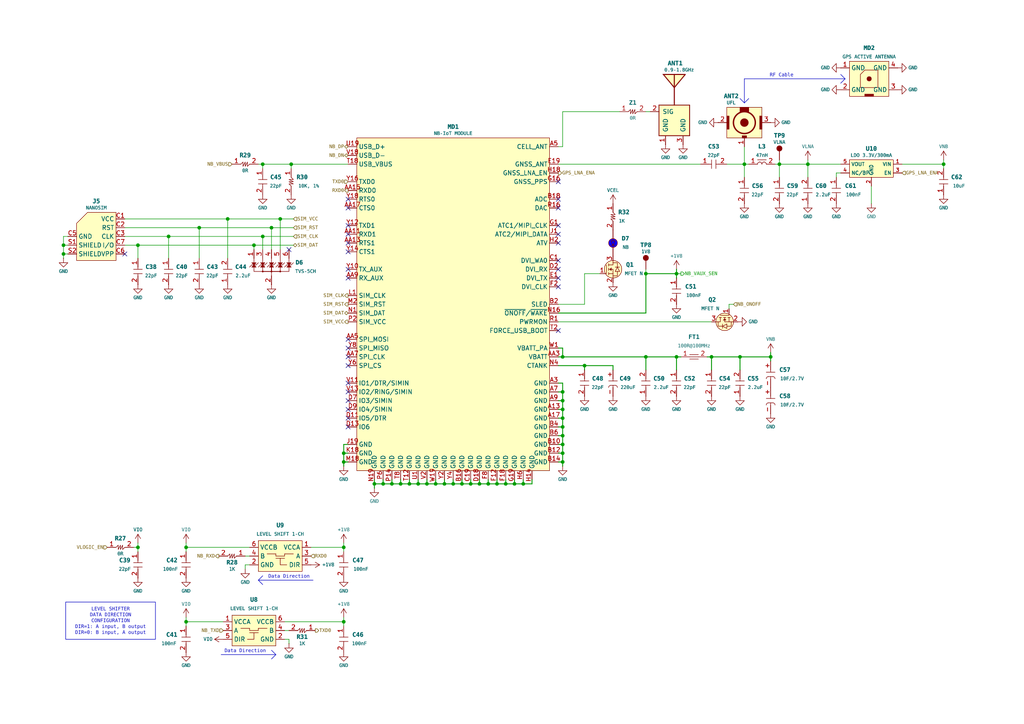
<source format=kicad_sch>
(kicad_sch (version 20231120) (generator "eeschema") (generator_version "8.0")
  (paper "A4")
  (junction (at 163.195 116.205))
  (junction (at 123.825 140.335))
  (junction (at 169.545 106.045))
  (junction (at 113.665 140.335))
  (junction (at 53.975 158.75))
  (junction (at 53.975 180.34))
  (junction (at 111.125 140.335))
  (junction (at 78.74 66.04))
  (junction (at 163.195 126.365))
  (junction (at 163.195 121.285))
  (junction (at 163.195 103.505))
  (junction (at 214.63 103.505))
  (junction (at 223.52 103.505))
  (junction (at 48.895 68.58))
  (junction (at 163.195 133.985))
  (junction (at 163.195 128.905))
  (junction (at 215.9 47.625))
  (junction (at 126.365 140.335))
  (junction (at 108.585 140.335))
  (junction (at 163.195 118.745))
  (junction (at 187.325 79.375))
  (junction (at 144.145 140.335))
  (junction (at 146.685 140.335))
  (junction (at 206.375 103.505))
  (junction (at 18.415 71.12))
  (junction (at 149.225 140.335))
  (junction (at 226.06 47.625))
  (junction (at 99.695 131.445))
  (junction (at 99.695 180.34))
  (junction (at 66.04 63.5))
  (junction (at 18.415 73.66))
  (junction (at 121.285 140.335))
  (junction (at 99.695 133.985))
  (junction (at 163.195 131.445))
  (junction (at 133.985 140.335))
  (junction (at 99.695 158.75))
  (junction (at 163.195 113.665))
  (junction (at 40.005 71.12))
  (junction (at 196.215 103.505))
  (junction (at 76.2 47.625))
  (junction (at 273.685 47.625))
  (junction (at 163.195 123.825))
  (junction (at 40.005 158.75))
  (junction (at 151.765 140.335))
  (junction (at 131.445 140.335))
  (junction (at 76.2 68.58))
  (junction (at 187.325 103.505))
  (junction (at 81.28 63.5))
  (junction (at 84.455 47.625))
  (junction (at 118.745 140.335))
  (junction (at 141.605 140.335))
  (junction (at 196.215 79.375))
  (junction (at 234.315 47.625))
  (junction (at 136.525 140.335))
  (junction (at 116.205 140.335))
  (junction (at 73.66 71.12))
  (junction (at 128.905 140.335))
  (junction (at 139.065 140.335))
  (junction (at 57.785 66.04))
  (no_connect (at 36.195 73.66))
  (no_connect (at 100.965 57.785))
  (no_connect (at 100.965 65.405))
  (no_connect (at 161.925 70.485))
  (no_connect (at 100.965 67.945))
  (no_connect (at 161.925 95.885))
  (no_connect (at 161.925 78.105))
  (no_connect (at 161.925 60.325))
  (no_connect (at 100.965 103.505))
  (no_connect (at 100.965 98.425))
  (no_connect (at 161.925 52.705))
  (no_connect (at 100.965 118.745))
  (no_connect (at 100.965 73.025))
  (no_connect (at 100.965 111.125))
  (no_connect (at 100.965 123.825))
  (no_connect (at 161.925 75.565))
  (no_connect (at 161.925 83.185))
  (no_connect (at 100.965 70.485))
  (no_connect (at 161.925 80.645))
  (no_connect (at 161.925 65.405))
  (no_connect (at 100.965 60.325))
  (no_connect (at 100.965 113.665))
  (no_connect (at 100.965 78.105))
  (no_connect (at 100.965 80.645))
  (no_connect (at 161.925 67.945))
  (no_connect (at 100.965 121.285))
  (no_connect (at 161.925 57.785))
  (no_connect (at 100.965 100.965))
  (no_connect (at 100.965 116.205))
  (no_connect (at 100.965 106.045))
  (no_connect (at 83.82 72.39))
  (wire (pts (xy 163.195 133.985) (xy 163.195 131.445)) (stroke (width 0.254)))
  (wire (pts (xy 81.28 63.5) (xy 66.04 63.5)))
  (wire (pts (xy 163.195 126.365) (xy 163.195 123.825)) (stroke (width 0.254)))
  (wire (pts (xy 108.585 139.065) (xy 108.585 140.335)) (stroke (width 0.254)))
  (wire (pts (xy 161.925 113.665) (xy 163.195 113.665)) (stroke (width 0.254)))
  (polyline (pts (xy 215.9 22.86) (xy 215.9 29.845)))
  (wire (pts (xy 121.285 140.335) (xy 123.825 140.335)) (stroke (width 0.254)))
  (wire (pts (xy 161.925 88.265) (xy 169.545 88.265)))
  (wire (pts (xy 211.455 88.265) (xy 212.725 88.265)))
  (wire (pts (xy 161.925 118.745) (xy 163.195 118.745)) (stroke (width 0.254)))
  (wire (pts (xy 163.195 111.125) (xy 161.925 111.125)) (stroke (width 0.254)))
  (wire (pts (xy 90.17 158.75) (xy 99.695 158.75)))
  (polyline (pts (xy 243.84 24.13) (xy 245.11 22.86)))
  (wire (pts (xy 113.665 139.065) (xy 113.665 140.335)) (stroke (width 0.254)))
  (wire (pts (xy 139.065 140.335) (xy 141.605 140.335)) (stroke (width 0.254)))
  (wire (pts (xy 187.325 90.805) (xy 161.925 90.805)) (stroke (width 0.254)))
  (wire (pts (xy 196.215 103.505) (xy 197.485 103.505)) (stroke (width 0.254)))
  (polyline (pts (xy 243.84 21.59) (xy 245.11 22.86)))
  (wire (pts (xy 73.66 71.12) (xy 85.09 71.12)))
  (wire (pts (xy 187.325 32.385) (xy 188.595 32.385)))
  (wire (pts (xy 169.545 106.045) (xy 161.925 106.045)) (stroke (width 0.254)))
  (wire (pts (xy 144.145 140.335) (xy 146.685 140.335)) (stroke (width 0.254)))
  (wire (pts (xy 161.925 116.205) (xy 163.195 116.205)) (stroke (width 0.254)))
  (wire (pts (xy 223.52 102.235) (xy 223.52 103.505)) (stroke (width 0.254)))
  (wire (pts (xy 206.375 93.345) (xy 161.925 93.345)))
  (wire (pts (xy 81.28 63.5) (xy 85.09 63.5)))
  (wire (pts (xy 66.04 63.5) (xy 66.04 74.93)))
  (wire (pts (xy 215.9 42.545) (xy 215.9 47.625)))
  (polyline (pts (xy 217.17 28.575) (xy 215.9 29.845)))
  (wire (pts (xy 53.975 180.34) (xy 64.77 180.34)))
  (wire (pts (xy 149.225 140.335) (xy 151.765 140.335)) (stroke (width 0.254)))
  (wire (pts (xy 53.975 157.48) (xy 53.975 158.75)))
  (wire (pts (xy 215.9 51.435) (xy 215.9 47.625)))
  (wire (pts (xy 210.82 47.625) (xy 215.9 47.625)))
  (wire (pts (xy 121.285 139.065) (xy 121.285 140.335)) (stroke (width 0.254)))
  (wire (pts (xy 53.975 158.75) (xy 72.39 158.75)))
  (wire (pts (xy 196.215 103.505) (xy 196.215 107.315)) (stroke (width 0.254)))
  (wire (pts (xy 163.195 118.745) (xy 163.195 116.205)) (stroke (width 0.254)))
  (wire (pts (xy 196.215 79.375) (xy 187.325 79.375)) (stroke (width 0.254)))
  (wire (pts (xy 76.2 68.58) (xy 48.895 68.58)))
  (wire (pts (xy 242.57 50.165) (xy 243.84 50.165)))
  (wire (pts (xy 108.585 140.335) (xy 108.585 141.605)) (stroke (width 0.254)))
  (wire (pts (xy 36.195 66.04) (xy 57.785 66.04)))
  (wire (pts (xy 71.12 165.1) (xy 71.12 163.83)))
  (wire (pts (xy 83.82 182.88) (xy 82.55 182.88)))
  (wire (pts (xy 128.905 140.335) (xy 131.445 140.335)) (stroke (width 0.254)))
  (wire (pts (xy 169.545 88.265) (xy 169.545 79.375)))
  (polyline (pts (xy 80.01 189.865) (xy 64.135 189.865)))
  (wire (pts (xy 214.63 103.505) (xy 214.63 107.315)) (stroke (width 0.254)))
  (wire (pts (xy 163.195 121.285) (xy 163.195 118.745)) (stroke (width 0.254)))
  (wire (pts (xy 40.005 71.12) (xy 40.005 74.93)))
  (wire (pts (xy 252.73 53.975) (xy 252.73 59.055)))
  (wire (pts (xy 161.925 42.545) (xy 163.195 42.545)))
  (wire (pts (xy 99.695 158.75) (xy 99.695 160.02)))
  (wire (pts (xy 76.2 47.625) (xy 76.2 48.895)))
  (wire (pts (xy 146.685 139.065) (xy 146.685 140.335)) (stroke (width 0.254)))
  (wire (pts (xy 99.695 157.48) (xy 99.695 158.75)))
  (wire (pts (xy 83.82 185.42) (xy 82.55 185.42)))
  (polyline (pts (xy 80.01 189.865) (xy 78.74 191.135)))
  (wire (pts (xy 40.005 157.48) (xy 40.005 158.75)))
  (wire (pts (xy 161.925 126.365) (xy 163.195 126.365)) (stroke (width 0.254)))
  (wire (pts (xy 136.525 139.065) (xy 136.525 140.335)) (stroke (width 0.254)))
  (wire (pts (xy 18.415 74.93) (xy 18.415 73.66)))
  (wire (pts (xy 111.125 139.065) (xy 111.125 140.335)) (stroke (width 0.254)))
  (wire (pts (xy 123.825 140.335) (xy 126.365 140.335)) (stroke (width 0.254)))
  (wire (pts (xy 57.785 66.04) (xy 57.785 74.93)))
  (wire (pts (xy 71.12 163.83) (xy 72.39 163.83)))
  (wire (pts (xy 215.9 47.625) (xy 217.17 47.625)))
  (wire (pts (xy 146.685 140.335) (xy 149.225 140.335)) (stroke (width 0.254)))
  (wire (pts (xy 81.28 72.39) (xy 81.28 63.5)))
  (wire (pts (xy 76.2 68.58) (xy 85.09 68.58)))
  (wire (pts (xy 197.485 79.375) (xy 196.215 79.375)))
  (wire (pts (xy 163.195 135.255) (xy 163.195 133.985)) (stroke (width 0.254)))
  (wire (pts (xy 76.2 72.39) (xy 76.2 68.58)))
  (wire (pts (xy 53.975 179.07) (xy 53.975 180.34)))
  (wire (pts (xy 211.455 89.535) (xy 211.455 88.265)))
  (polyline (pts (xy 214.63 28.575) (xy 215.9 29.845)))
  (wire (pts (xy 131.445 140.335) (xy 133.985 140.335)) (stroke (width 0.254)))
  (wire (pts (xy 18.415 73.66) (xy 18.415 71.12)))
  (wire (pts (xy 163.195 32.385) (xy 163.195 42.545)))
  (wire (pts (xy 161.925 100.965) (xy 163.195 100.965)) (stroke (width 0.254)))
  (wire (pts (xy 163.195 123.825) (xy 163.195 121.285)) (stroke (width 0.254)))
  (wire (pts (xy 116.205 140.335) (xy 118.745 140.335)) (stroke (width 0.254)))
  (wire (pts (xy 169.545 106.045) (xy 169.545 107.315)) (stroke (width 0.254)))
  (wire (pts (xy 53.975 158.75) (xy 53.975 160.02)))
  (polyline (pts (xy 74.93 168.275) (xy 76.2 169.545)))
  (wire (pts (xy 116.205 139.065) (xy 116.205 140.335)) (stroke (width 0.254)))
  (polyline (pts (xy 80.01 189.865) (xy 78.74 188.595)))
  (wire (pts (xy 141.605 140.335) (xy 144.145 140.335)) (stroke (width 0.254)))
  (wire (pts (xy 82.55 180.34) (xy 99.695 180.34)))
  (wire (pts (xy 118.745 139.065) (xy 118.745 140.335)) (stroke (width 0.254)))
  (wire (pts (xy 99.695 133.985) (xy 100.965 133.985)) (stroke (width 0.254)))
  (wire (pts (xy 151.765 139.065) (xy 151.765 140.335)) (stroke (width 0.254)))
  (wire (pts (xy 273.685 47.625) (xy 273.685 48.895)))
  (wire (pts (xy 108.585 140.335) (xy 111.125 140.335)) (stroke (width 0.254)))
  (wire (pts (xy 99.695 180.34) (xy 99.695 181.61)))
  (wire (pts (xy 273.685 46.355) (xy 273.685 47.625)))
  (polyline (pts (xy 74.93 168.275) (xy 90.805 168.275)))
  (wire (pts (xy 18.415 71.12) (xy 18.415 68.58)))
  (wire (pts (xy 154.305 140.335) (xy 154.305 139.065)) (stroke (width 0.254)))
  (wire (pts (xy 133.985 139.065) (xy 133.985 140.335)) (stroke (width 0.254)))
  (wire (pts (xy 161.925 103.505) (xy 163.195 103.505)) (stroke (width 0.254)))
  (wire (pts (xy 84.455 47.625) (xy 84.455 48.895)))
  (wire (pts (xy 161.925 47.625) (xy 203.2 47.625)))
  (wire (pts (xy 36.195 71.12) (xy 40.005 71.12)))
  (wire (pts (xy 123.825 139.065) (xy 123.825 140.335)) (stroke (width 0.254)))
  (wire (pts (xy 144.145 139.065) (xy 144.145 140.335)) (stroke (width 0.254)))
  (wire (pts (xy 243.84 47.625) (xy 234.315 47.625)))
  (wire (pts (xy 18.415 71.12) (xy 19.685 71.12)))
  (wire (pts (xy 177.8 107.315) (xy 177.8 106.045)) (stroke (width 0.254)))
  (wire (pts (xy 161.925 123.825) (xy 163.195 123.825)) (stroke (width 0.254)))
  (wire (pts (xy 133.985 140.335) (xy 136.525 140.335)) (stroke (width 0.254)))
  (wire (pts (xy 234.315 46.355) (xy 234.315 47.625)))
  (wire (pts (xy 99.695 131.445) (xy 100.965 131.445)) (stroke (width 0.254)))
  (wire (pts (xy 163.195 131.445) (xy 163.195 128.905)) (stroke (width 0.254)))
  (wire (pts (xy 205.105 103.505) (xy 206.375 103.505)) (stroke (width 0.254)))
  (wire (pts (xy 126.365 140.335) (xy 128.905 140.335)) (stroke (width 0.254)))
  (wire (pts (xy 163.195 113.665) (xy 163.195 111.125)) (stroke (width 0.254)))
  (wire (pts (xy 99.695 128.905) (xy 100.965 128.905)) (stroke (width 0.254)))
  (wire (pts (xy 226.06 47.625) (xy 234.315 47.625)))
  (wire (pts (xy 76.2 47.625) (xy 84.455 47.625)))
  (wire (pts (xy 187.325 103.505) (xy 196.215 103.505)) (stroke (width 0.254)))
  (wire (pts (xy 136.525 140.335) (xy 139.065 140.335)) (stroke (width 0.254)))
  (wire (pts (xy 78.74 66.04) (xy 85.09 66.04)))
  (wire (pts (xy 99.695 135.255) (xy 99.695 133.985)) (stroke (width 0.254)))
  (wire (pts (xy 163.195 116.205) (xy 163.195 113.665)) (stroke (width 0.254)))
  (wire (pts (xy 196.215 78.105) (xy 196.215 79.375)) (stroke (width 0.254)))
  (wire (pts (xy 99.695 133.985) (xy 99.695 131.445)) (stroke (width 0.254)))
  (wire (pts (xy 242.57 51.435) (xy 242.57 50.165)))
  (wire (pts (xy 223.52 103.505) (xy 214.63 103.505)) (stroke (width 0.254)))
  (wire (pts (xy 131.445 139.065) (xy 131.445 140.335)) (stroke (width 0.254)))
  (wire (pts (xy 224.79 47.625) (xy 226.06 47.625)))
  (wire (pts (xy 187.325 78.105) (xy 187.325 79.375)))
  (wire (pts (xy 161.925 131.445) (xy 163.195 131.445)) (stroke (width 0.254)))
  (wire (pts (xy 187.325 79.375) (xy 187.325 90.805)) (stroke (width 0.254)))
  (wire (pts (xy 36.195 68.58) (xy 48.895 68.58)))
  (wire (pts (xy 73.66 71.12) (xy 40.005 71.12)))
  (wire (pts (xy 40.005 160.02) (xy 40.005 158.75)))
  (wire (pts (xy 36.195 63.5) (xy 66.04 63.5)))
  (wire (pts (xy 206.375 103.505) (xy 214.63 103.505)) (stroke (width 0.254)))
  (wire (pts (xy 206.375 103.505) (xy 206.375 107.315)) (stroke (width 0.254)))
  (wire (pts (xy 126.365 139.065) (xy 126.365 140.335)) (stroke (width 0.254)))
  (polyline (pts (xy 245.11 22.86) (xy 215.9 22.86)))
  (wire (pts (xy 84.455 47.625) (xy 100.965 47.625)))
  (wire (pts (xy 40.005 158.75) (xy 38.735 158.75)))
  (wire (pts (xy 71.12 161.29) (xy 72.39 161.29)))
  (wire (pts (xy 151.765 140.335) (xy 154.305 140.335)) (stroke (width 0.254)))
  (wire (pts (xy 161.925 133.985) (xy 163.195 133.985)) (stroke (width 0.254)))
  (wire (pts (xy 78.74 66.04) (xy 57.785 66.04)))
  (polyline (pts (xy 74.93 168.275) (xy 76.2 167.005)))
  (wire (pts (xy 196.215 79.375) (xy 196.215 80.645)) (stroke (width 0.254)))
  (wire (pts (xy 163.195 32.385) (xy 179.705 32.385)))
  (wire (pts (xy 128.905 139.065) (xy 128.905 140.335)) (stroke (width 0.254)))
  (wire (pts (xy 18.415 73.66) (xy 19.685 73.66)))
  (wire (pts (xy 113.665 140.335) (xy 116.205 140.335)) (stroke (width 0.254)))
  (wire (pts (xy 141.605 139.065) (xy 141.605 140.335)) (stroke (width 0.254)))
  (wire (pts (xy 161.925 121.285) (xy 163.195 121.285)) (stroke (width 0.254)))
  (wire (pts (xy 78.74 72.39) (xy 78.74 66.04)))
  (wire (pts (xy 187.325 103.505) (xy 187.325 107.315)) (stroke (width 0.254)))
  (wire (pts (xy 223.52 104.775) (xy 223.52 103.505)) (stroke (width 0.254)))
  (wire (pts (xy 111.125 140.335) (xy 113.665 140.335)) (stroke (width 0.254)))
  (wire (pts (xy 261.62 47.625) (xy 273.685 47.625)))
  (wire (pts (xy 73.66 72.39) (xy 73.66 71.12)))
  (wire (pts (xy 177.8 106.045) (xy 169.545 106.045)) (stroke (width 0.254)))
  (wire (pts (xy 226.06 51.435) (xy 226.06 47.625)))
  (wire (pts (xy 169.545 79.375) (xy 173.99 79.375)))
  (wire (pts (xy 163.195 103.505) (xy 163.195 100.965)) (stroke (width 0.254)))
  (wire (pts (xy 161.925 128.905) (xy 163.195 128.905)) (stroke (width 0.254)))
  (wire (pts (xy 149.225 139.065) (xy 149.225 140.335)) (stroke (width 0.254)))
  (wire (pts (xy 139.065 139.065) (xy 139.065 140.335)) (stroke (width 0.254)))
  (wire (pts (xy 99.695 179.07) (xy 99.695 180.34)))
  (wire (pts (xy 74.93 47.625) (xy 76.2 47.625)))
  (wire (pts (xy 53.975 180.34) (xy 53.975 181.61)))
  (wire (pts (xy 83.82 186.69) (xy 83.82 185.42)))
  (wire (pts (xy 99.695 131.445) (xy 99.695 128.905)) (stroke (width 0.254)))
  (wire (pts (xy 163.195 128.905) (xy 163.195 126.365)) (stroke (width 0.254)))
  (wire (pts (xy 234.315 47.625) (xy 234.315 51.435)))
  (wire (pts (xy 18.415 68.58) (xy 19.685 68.58)))
  (wire (pts (xy 48.895 68.58) (xy 48.895 74.93)))
  (wire (pts (xy 163.195 103.505) (xy 187.325 103.505)) (stroke (width 0.254)))
  (wire (pts (xy 226.06 46.355) (xy 226.06 47.625)))
  (wire (pts (xy 118.745 140.335) (xy 121.285 140.335)) (stroke (width 0.254)))
  (text_box "LEVEL SHIFTER\nDATA DIRECTION\nCONFIGURATION\nDIR=1: A input, B output\nDIR=0: B input, A output" (at 19.05 174.625 0) (size 26.035 10.795) (effects (font (size 1.016 1.016))))
  (text "RF Cable" (at 226.695 22.225 0) (effects (font (size 1.016 1.016))))
  (text "Data Direction" (at 71.12 189.23 0) (effects (font (size 1.016 1.016))))
  (text "Data Direction" (at 83.82 167.64 0) (effects (font (size 1.016 1.016))))
  (hierarchical_label "NB_VAUX_SEN" (shape output) (at 197.485 79.375 0) (effects (font (size 1.016 1.016))))
  (hierarchical_label "VLOGIC_EN" (shape input) (at 31.115 158.75 180) (effects (font (size 1.016 1.016))))
  (hierarchical_label "NB_TXD" (shape input) (at 64.77 182.88 180) (effects (font (size 1.016 1.016))))
  (hierarchical_label "NB_DN" (shape bidirectional) (at 100.965 45.085 180) (effects (font (size 1.016 1.016))))
  (hierarchical_label "RXD0" (shape output) (at 100.965 55.245 180) (effects (font (size 1.016 1.016))))
  (hierarchical_label "SIM_CLK" (shape output) (at 100.965 85.725 180) (effects (font (size 1.016 1.016))))
  (hierarchical_label "NB_ONOFF" (shape input) (at 212.725 88.265 0) (effects (font (size 1.016 1.016))))
  (hierarchical_label "TXD0" (shape input) (at 100.965 52.705 180) (effects (font (size 1.016 1.016))))
  (hierarchical_label "SIM_VCC" (shape input) (at 85.09 63.5 0) (effects (font (size 1.016 1.016))))
  (hierarchical_label "SIM_RST" (shape input) (at 85.09 66.04 0) (effects (font (size 1.016 1.016))))
  (hierarchical_label "SIM_RST" (shape output) (at 100.965 88.265 180) (effects (font (size 1.016 1.016))))
  (hierarchical_label "GPS_LNA_ENA" (shape input) (at 261.62 50.165 0) (effects (font (size 1.016 1.016))))
  (hierarchical_label "RXD0" (shape input) (at 90.17 161.29 0) (effects (font (size 1.016 1.016))))
  (hierarchical_label "NB_DP" (shape bidirectional) (at 100.965 42.545 180) (effects (font (size 1.016 1.016))))
  (hierarchical_label "SIM_DAT" (shape bidirectional) (at 100.965 90.805 180) (effects (font (size 1.016 1.016))))
  (hierarchical_label "GPS_LNA_ENA" (shape output) (at 161.925 50.165 0) (effects (font (size 1.016 1.016))))
  (hierarchical_label "SIM_CLK" (shape input) (at 85.09 68.58 0) (effects (font (size 1.016 1.016))))
  (hierarchical_label "NB_RXD" (shape output) (at 63.5 161.29 180) (effects (font (size 1.016 1.016))))
  (hierarchical_label "NB_VBUS" (shape input) (at 67.31 47.625 180) (effects (font (size 1.016 1.016))))
  (hierarchical_label "TXD0" (shape output) (at 91.44 182.88 0) (effects (font (size 1.016 1.016))))
  (hierarchical_label "SIM_DAT" (shape bidirectional) (at 85.09 71.12 0) (effects (font (size 1.016 1.016))))
  (hierarchical_label "SIM_VCC" (shape output) (at 100.965 93.345 180) (effects (font (size 1.016 1.016))))
  (symbol (lib_id "power:GND") (at 243.84 26.035 270) (unit 1)
    (property "Reference" "#PWR0126" (effects (hide yes)))
    (property "Value" "GND" (at 239.395 26.035 90) (effects (font (size 1.016 1.016))))
    (property "Description" "Power symbol creates a global label with name \"GND\" , ground" (effects (hide yes)))
  )
  (symbol (lib_id "power:GND") (at 76.2 56.515 0) (unit 1)
    (property "Reference" "#PWR091" (effects (hide yes)))
    (property "Value" "GND" (at 76.2 60.325 0) (effects (font (size 1.016 1.016))))
    (property "Description" "Power symbol creates a global label with name \"GND\" , ground" (effects (hide yes)))
  )
  (symbol (lib_id "SAMPI:CERCAP") (at 218.44 53.975 270) (unit 1)
    (property "Reference" "C56" (at 219.71 53.975 90) (effects (font (bold yes))))
    (property "Value" "22pF" (at 219.71 56.515 90) (effects (font (size 1.016 1.016))))
    (property "Footprint" "SAMPI:CAP0603" (effects (hide yes)))
    (property "Description" "CAP CER 22PF 50V C0G/NP0 0603" (effects (hide yes)))
    (property "MNP" "CL10C220JB8NFNC" (effects (hide yes)))
    (property "Price" "0.0083" (effects (hide yes)))
    (property "Stock Link" "https://www.thegioiic.com/tu-gom-0603-22pf-50v" (effects (hide yes)))
    (property "MFT" "Samsung" (effects (hide yes)))
  )
  (symbol (lib_id "power:GND") (at 71.12 165.1 0) (mirror y) (unit 1)
    (property "Reference" "#PWR090" (effects (hide yes)))
    (property "Value" "GND" (at 71.12 168.91 0) (effects (font (size 1.016 1.016))))
    (property "Description" "Power symbol creates a global label with name \"GND\" , ground" (effects (hide yes)))
  )
  (symbol (lib_id "power:GND") (at 242.57 59.055 0) (unit 1)
    (property "Reference" "#PWR0124" (effects (hide yes)))
    (property "Value" "GND" (at 242.57 62.865 0) (effects (font (size 1.016 1.016))))
    (property "Description" "Power symbol creates a global label with name \"GND\" , ground" (effects (hide yes)))
  )
  (symbol (lib_id "power:GND") (at 234.315 59.055 0) (unit 1)
    (property "Reference" "#PWR0123" (effects (hide yes)))
    (property "Value" "GND" (at 234.315 62.865 0) (effects (font (size 1.016 1.016))))
    (property "Description" "Power symbol creates a global label with name \"GND\" , ground" (effects (hide yes)))
  )
  (symbol (lib_id "SAMPI:CERCAP") (at 198.755 109.855 270) (unit 1)
    (property "Reference" "C52" (at 200.025 109.855 90) (effects (font (bold yes))))
    (property "Value" "22pF" (at 200.025 112.395 90) (effects (font (size 1.016 1.016))))
    (property "Footprint" "SAMPI:CAP0603" (effects (hide yes)))
    (property "Description" "CAP CER 22PF 50V C0G/NP0 0603" (effects (hide yes)))
    (property "MNP" "CL10C220JB8NFNC" (effects (hide yes)))
    (property "Price" "0.0083" (effects (hide yes)))
    (property "Stock Link" "https://www.thegioiic.com/tu-gom-0603-22pf-50v" (effects (hide yes)))
    (property "MFT" "Samsung" (effects (hide yes)))
  )
  (symbol (lib_id "power:GND") (at 223.52 120.015 0) (unit 1)
    (property "Reference" "#PWR0120" (effects (hide yes)))
    (property "Value" "GND" (at 223.52 123.825 0) (effects (font (size 1.016 1.016))))
    (property "Description" "Power symbol creates a global label with name \"GND\" , ground" (effects (hide yes)))
  )
  (symbol (lib_id "SAMPI:ANTEN_UFL") (at 215.9 35.56 0) (unit 1)
    (property "Reference" "ANT2" (at 212.09 27.94 0) (effects (font (bold yes))))
    (property "Value" "UFL" (at 212.09 29.845 0) (effects (font (size 1.016 1.016))))
    (property "Footprint" "SAMPI:U.FL" (effects (hide yes)))
    (property "Description" "CONN U.FL RCPT STR 50 OHM SMD" (effects (hide yes)))
    (property "MFT" "Hirose" (effects (hide yes)))
    (property "MNP" "U.FL-R-SMT-1(40)" (effects (hide yes)))
    (property "Price" "0.070" (effects (hide yes)))
    (property "Stock Link" "https://www.thegioiic.com/cong-rf-1th-ipex-u-fl-r-smt-2-chan-dan-smd" (effects (hide yes)))
  )
  (symbol (lib_id "power:GND") (at 215.9 59.055 0) (unit 1)
    (property "Reference" "#PWR0117" (effects (hide yes)))
    (property "Value" "GND" (at 215.9 62.865 0) (effects (font (size 1.016 1.016))))
    (property "Description" "Power symbol creates a global label with name \"GND\" , ground" (effects (hide yes)))
  )
  (symbol (lib_id "power:GND") (at 108.585 141.605 0) (unit 1)
    (property "Reference" "#PWR0101" (effects (hide yes)))
    (property "Value" "GND" (at 108.585 145.415 0) (effects (font (size 1.016 1.016))))
    (property "Description" "Power symbol creates a global label with name \"GND\" , ground" (effects (hide yes)))
  )
  (symbol (lib_id "SAMPI:TVS-5CH_SMF05C") (at 71.12 76.2 0) (unit 1)
    (property "Reference" "D6" (at 85.725 76.2 0) (effects (font (bold yes)) (justify left)))
    (property "Value" "TVS-5CH" (at 85.09 78.74 0) (effects (font (size 1.016 1.016)) (justify left)))
    (property "Footprint" "SAMPI:SOT363" (effects (hide yes)))
    (property "Description" "TVS DIODE 5VWM 12.5V SC88/SC70-6" (effects (hide yes)))
    (property "Price" "0.031" (effects (hide yes)))
    (property "Stock Link" "https://www.thegioiic.com/smf05c-esd-protection-diode-array-sot-363" (effects (hide yes)))
    (property "MFT" "Onsemi" (effects (hide yes)))
    (property "MNP" "SMF05CT1G" (effects (hide yes)))
  )
  (symbol (lib_id "power:GND") (at 53.975 167.64 0) (unit 1)
    (property "Reference" "#PWR084" (effects (hide yes)))
    (property "Value" "GND" (at 53.975 171.45 0) (effects (font (size 1.016 1.016))))
    (property "Description" "Power symbol creates a global label with name \"GND\" , ground" (effects (hide yes)))
  )
  (symbol (lib_id "power:GND") (at 187.325 114.935 0) (unit 1)
    (property "Reference" "#PWR0107" (effects (hide yes)))
    (property "Value" "GND" (at 187.325 118.745 0) (effects (font (size 1.016 1.016))))
    (property "Description" "Power symbol creates a global label with name \"GND\" , ground" (effects (hide yes)))
  )
  (symbol (lib_id "SAMPI:VNB") (at 223.52 102.235 0) (unit 1)
    (property "Reference" "#PWR0119" (effects (hide yes)))
    (property "Value" "VNB" (at 223.52 98.425 0) (effects (font (size 1.016 1.016))))
    (property "Description" "Power symbol creates a global label with name \"VNB\"" (effects (hide yes)))
  )
  (symbol (lib_id "power:+1V8") (at 99.695 179.07 0) (mirror y) (unit 1)
    (property "Reference" "#PWR099" (effects (hide yes)))
    (property "Value" "+1V8" (at 99.695 175.26 0) (effects (font (size 1.016 1.016))))
    (property "Description" "Power symbol creates a global label with name \"+1V8\"" (effects (hide yes)))
  )
  (symbol (lib_id "SAMPI:CERCAP") (at 208.915 109.855 270) (unit 1)
    (property "Reference" "C54" (at 210.185 109.855 90) (effects (font (bold yes))))
    (property "Value" "22pF" (at 210.185 112.395 90) (effects (font (size 1.016 1.016))))
    (property "Footprint" "SAMPI:CAP0603" (effects (hide yes)))
    (property "Description" "CAP CER 22PF 50V C0G/NP0 0603" (effects (hide yes)))
    (property "MNP" "CL10C220JB8NFNC" (effects (hide yes)))
    (property "Price" "0.0083" (effects (hide yes)))
    (property "Stock Link" "https://www.thegioiic.com/tu-gom-0603-22pf-50v" (effects (hide yes)))
    (property "MFT" "Samsung" (effects (hide yes)))
  )
  (symbol (lib_id "SAMPI:ELECCAP") (at 180.34 109.855 270) (unit 1)
    (property "Reference" "C49" (at 179.705 109.8549 90) (effects (font (bold yes)) (justify left)))
    (property "Value" "220uF" (at 179.705 112.3949 90) (effects (font (size 1.016 1.016)) (justify left)))
    (property "Footprint" "SAMPI:CAP2312-6032" (effects (hide yes)))
    (property "Description" "CAP ALUM 220UF 20% 6.3V SMD 2312" (effects (hide yes)))
    (property "MNP" "TAJC227K006RNJ" (effects (hide yes)))
    (property "Price" "0.241" (effects (hide yes)))
    (property "Stock Link" "https://www.thegioiic.com/tu-tantalum-220uf-6-3v-2312-tajc227k006rnj" (effects (hide yes)))
    (property "MFT" "AVX" (effects (hide yes)))
  )
  (symbol (lib_id "power:GND") (at 252.73 59.055 0) (unit 1)
    (property "Reference" "#PWR0127" (effects (hide yes)))
    (property "Value" "GND" (at 252.73 62.865 0) (effects (font (size 1.016 1.016))))
    (property "Description" "Power symbol creates a global label with name \"GND\" , ground" (effects (hide yes)))
  )
  (symbol (lib_id "SAMPI:VLNA") (at 234.315 46.355 0) (unit 1)
    (property "Reference" "#PWR0122" (effects (hide yes)))
    (property "Value" "VLNA" (at 234.315 42.545 0) (effects (font (size 1.016 1.016))))
    (property "Description" "Power symbol creates a global label with name \"VLNA\"" (effects (hide yes)))
  )
  (symbol (lib_id "power:GND") (at 163.195 135.255 0) (unit 1)
    (property "Reference" "#PWR0102" (effects (hide yes)))
    (property "Value" "GND" (at 163.195 139.065 0) (effects (font (size 1.016 1.016))))
    (property "Description" "Power symbol creates a global label with name \"GND\" , ground" (effects (hide yes)))
  )
  (symbol (lib_id "SAMPI:CERCAP") (at 172.085 109.855 270) (unit 1)
    (property "Reference" "C48" (at 173.355 109.855 90) (effects (font (bold yes))))
    (property "Value" "22pF" (at 173.355 112.395 90) (effects (font (size 1.016 1.016))))
    (property "Footprint" "SAMPI:CAP0603" (effects (hide yes)))
    (property "Description" "CAP CER 22PF 50V C0G/NP0 0603" (effects (hide yes)))
    (property "MNP" "CL10C220JB8NFNC" (effects (hide yes)))
    (property "Price" "0.0083" (effects (hide yes)))
    (property "Stock Link" "https://www.thegioiic.com/tu-gom-0603-22pf-50v" (effects (hide yes)))
    (property "MFT" "Samsung" (effects (hide yes)))
  )
  (symbol (lib_id "power:GND") (at 208.28 35.56 270) (unit 1)
    (property "Reference" "#PWR0114" (effects (hide yes)))
    (property "Value" "GND" (at 203.835 35.56 90) (effects (font (size 1.016 1.016))))
    (property "Description" "Power symbol creates a global label with name \"GND\" , ground" (effects (hide yes)))
  )
  (symbol (lib_id "SAMPI:CERCAP") (at 42.545 77.47 270) (unit 1)
    (property "Reference" "C38" (at 43.815 77.47 90) (effects (font (bold yes))))
    (property "Value" "22pF" (at 43.815 80.01 90) (effects (font (size 1.016 1.016))))
    (property "Footprint" "SAMPI:CAP0603" (effects (hide yes)))
    (property "Description" "CAP CER 22PF 50V C0G/NP0 0603" (effects (hide yes)))
    (property "MNP" "CL10C220JB8NFNC" (effects (hide yes)))
    (property "Price" "0.0083" (effects (hide yes)))
    (property "Stock Link" "https://www.thegioiic.com/tu-gom-0603-22pf-50v" (effects (hide yes)))
    (property "MFT" "Samsung" (effects (hide yes)))
  )
  (symbol (lib_id "SAMPI:IND") (at 219.71 45.085 0) (unit 1)
    (property "Reference" "L3" (at 220.98 42.545 0) (effects (font (bold yes))))
    (property "Value" "47nH" (at 220.98 45.085 0) (effects (font (size 1.016 1.016))))
    (property "Footprint" "SAMPI:IND0603" (effects (hide yes)))
    (property "Description" "FIXED IND 47NH 380MA 700MOHM SMD 0603" (effects (hide yes)))
    (property "Price" "0.018" (effects (hide yes)))
    (property "Stock Link" "https://www.thegioiic.com/hbls1608-47nj-cuon-cam-47nh-0603-380ma" (effects (hide yes)))
    (property "MFT" "HYHONGYEX" (effects (hide yes)))
    (property "MNP" "HBLS1608-47NJ" (effects (hide yes)))
  )
  (symbol (lib_id "SAMPI:FET_N-CH") (at 206.375 89.535 90) (mirror x) (unit 1)
    (property "Reference" "Q2" (at 207.645 86.995 90) (effects (font (bold yes)) (justify left)))
    (property "Value" "MFET N" (at 208.915 89.535 90) (effects (font (size 1.016 1.016)) (justify left)))
    (property "Footprint" "SAMPI:SOT23" (effects (hide yes)))
    (property "Description" "MOSFET N-CH 30V 3.6A SOT23-3" (effects (hide yes)))
    (property "Price" "0.022" (effects (hide yes)))
    (property "Stock Link" "https://www.thegioiic.com/si2300ds-mosfet-kenh-n-30v-3-6a-sot-23" (effects (hide yes)))
    (property "MFT" "Vishay" (effects (hide yes)))
    (property "MNP" "SI2300DS-T1-GE3" (effects (hide yes)))
  )
  (symbol (lib_id "SAMPI:CERCAP") (at 205.74 45.085 0) (unit 1)
    (property "Reference" "C53" (at 207.01 42.545 0) (effects (font (bold yes))))
    (property "Value" "22pF" (at 207.01 45.085 0) (effects (font (size 1.016 1.016))))
    (property "Footprint" "SAMPI:CAP0603" (effects (hide yes)))
    (property "Description" "CAP CER 22PF 50V C0G/NP0 0603" (effects (hide yes)))
    (property "MNP" "CL10C220JB8NFNC" (effects (hide yes)))
    (property "Price" "0.0083" (effects (hide yes)))
    (property "Stock Link" "https://www.thegioiic.com/tu-gom-0603-22pf-50v" (effects (hide yes)))
    (property "MFT" "Samsung" (effects (hide yes)))
  )
  (symbol (lib_id "power:GND") (at 177.8 114.935 0) (unit 1)
    (property "Reference" "#PWR0106" (effects (hide yes)))
    (property "Value" "GND" (at 177.8 118.745 0) (effects (font (size 1.016 1.016))))
    (property "Description" "Power symbol creates a global label with name \"GND\" , ground" (effects (hide yes)))
  )
  (symbol (lib_id "power:GND") (at 99.695 135.255 0) (unit 1)
    (property "Reference" "#PWR096" (effects (hide yes)))
    (property "Value" "GND" (at 99.695 139.065 0) (effects (font (size 1.016 1.016))))
    (property "Description" "Power symbol creates a global label with name \"GND\" , ground" (effects (hide yes)))
  )
  (symbol (lib_id "SAMPI:CERCAP") (at 102.235 162.56 270) (unit 1)
    (property "Reference" "C47" (at 102.235 162.5599 90) (effects (font (bold yes)) (justify left)))
    (property "Value" "100nF" (at 102.235 165.0999 90) (effects (font (size 1.016 1.016)) (justify left)))
    (property "Footprint" "SAMPI:CAP0603" (effects (hide yes)))
    (property "Description" "CAP CER 0.1UF 25V X7R 0603" (effects (hide yes)))
    (property "MNP" "CL10B104KA8NNNC" (effects (hide yes)))
    (property "Price" "0.0083" (effects (hide yes)))
    (property "Stock Link" "https://www.thegioiic.com/tu-gom-0603-100nf-0-1uf-25v" (effects (hide yes)))
    (property "MFT" "Samsung" (effects (hide yes)))
  )
  (symbol (lib_id "power:GND") (at 193.04 41.91 0) (unit 1)
    (property "Reference" "#PWR0108" (effects (hide yes)))
    (property "Value" "GND" (at 193.04 45.72 0) (effects (font (size 1.016 1.016))))
    (property "Description" "Power symbol creates a global label with name \"GND\" , ground" (effects (hide yes)))
  )
  (symbol (lib_id "Liem:VCEL") (at 177.8 59.055 0) (unit 1)
    (property "Reference" "#PWR0104" (effects (hide yes)))
    (property "Value" "VCEL" (at 177.8 55.245 0) (effects (font (size 1.016 1.016))))
    (property "Description" "Power symbol creates a global label with name \"+10V\"" (effects (hide yes)))
  )
  (symbol (lib_id "SAMPI:GPS_ACT_ANTEN") (at 251.46 9.525 0) (unit 1)
    (property "Reference" "MD2" (at 252.095 13.97 0) (effects (font (bold yes))))
    (property "Value" "GPS ACTIVE ANTENNA" (at 252.095 16.51 0) (effects (font (size 1.016 1.016))))
    (property "Footprint" "SAMPI:1575R-A" (effects (hide yes)))
    (property "Description" "GPS ACTIVE ANT 19X19 IPEX CONNECTOR RF CABLE 10CM" (effects (hide yes)))
    (property "MFT" "AntennaHome" (effects (hide yes)))
    (property "MNP" "1575R-A" (effects (hide yes)))
    (property "Price" "1.053" (effects (hide yes)))
    (property "Stock Link" "https://www.thegioiic.com/1575r-a-ang-ten-active-gps-19x19-dau-ipex-cap-rf-10cm" (effects (hide yes)))
  )
  (symbol (lib_id "SAMPI:VIO") (at 64.77 185.42 90) (mirror x) (unit 1)
    (property "Reference" "#PWR088" (effects (hide yes)))
    (property "Value" "VIO" (at 60.325 185.42 90) (effects (font (size 1.016 1.016))))
    (property "Description" "Power symbol creates a global label with name \"VIO\"" (effects (hide yes)))
  )
  (symbol (lib_id "SAMPI:CERCAP") (at 212.09 112.395 90) (unit 1)
    (property "Reference" "C55" (at 218.44 109.855 90) (effects (font (bold yes))))
    (property "Value" "2.2uF" (at 219.075 112.395 90) (effects (font (size 1.016 1.016))))
    (property "Footprint" "SAMPI:CAP0603" (effects (hide yes)))
    (property "Description" "CAP CER 2.2UF 10V X7R 0603" (effects (hide yes)))
    (property "MNP" "CL10B225KP8NNNC" (effects (hide yes)))
    (property "Price" "0.018" (effects (hide yes)))
    (property "Stock Link" "https://www.thegioiic.com/tu-gom-0603-2-2uf-10v" (effects (hide yes)))
    (property "MFT" "Samsung" (effects (hide yes)))
  )
  (symbol (lib_id "SAMPI:LEVEL_SHIFT_1CH") (at 87.63 146.05 0) (mirror y) (unit 1)
    (property "Reference" "U9" (at 81.28 152.4 0) (effects (font (bold yes))))
    (property "Value" "LEVEL SHIFT 1-CH" (at 81.28 154.94 0) (effects (font (size 1.016 1.016))))
    (property "Footprint" "SAMPI:SOT-23-6_MCHP" (effects (hide yes)))
    (property "Description" "IC TRANSLATOR BIDIR SOT23-6" (effects (hide yes)))
    (property "Price" "0.219" (effects (hide yes)))
    (property "Stock Link" "https://www.thegioiic.com/sn74lvc1t45dbvr-ic-voltage-level-shifter-bus-transceiver-6-sot-23" (effects (hide yes)))
    (property "MFT" "TI" (effects (hide yes)))
    (property "MNP" "SN74LVC1T45DBVR" (effects (hide yes)))
  )
  (symbol (lib_id "power:GND") (at 243.84 19.685 270) (unit 1)
    (property "Reference" "#PWR0125" (effects (hide yes)))
    (property "Value" "GND" (at 239.395 19.685 90) (effects (font (size 1.016 1.016))))
    (property "Description" "Power symbol creates a global label with name \"GND\" , ground" (effects (hide yes)))
  )
  (symbol (lib_id "SAMPI:RES") (at 33.655 156.21 0) (unit 1)
    (property "Reference" "R27" (at 34.925 156.21 0) (effects (font (bold yes))))
    (property "Value" "0R" (at 34.925 160.655 0) (effects (font (size 1.016 1.016))))
    (property "Footprint" "SAMPI:RES0603" (effects (hide yes)))
    (property "Description" "RES SMD 0 OHM JUMPER 1/10W 0603" (effects (hide yes)))
    (property "MNP" "RC0603JR-070RL" (effects (hide yes)))
    (property "Price" "0.002" (effects (hide yes)))
    (property "Stock Link" "https://www.thegioiic.com/dien-tro-0-ohm-0603-1-" (effects (hide yes)))
    (property "MFT" "YAGEO" (effects (hide yes)))
  )
  (symbol (lib_id "power:GND") (at 196.215 114.935 0) (unit 1)
    (property "Reference" "#PWR0111" (effects (hide yes)))
    (property "Value" "GND" (at 196.215 118.745 0) (effects (font (size 1.016 1.016))))
    (property "Description" "Power symbol creates a global label with name \"GND\" , ground" (effects (hide yes)))
  )
  (symbol (lib_id "SAMPI:FET_N-CH") (at 173.99 74.295 0) (unit 1)
    (property "Reference" "Q1" (at 181.61 76.8349 0) (effects (font (bold yes)) (justify left)))
    (property "Value" "MFET N" (at 180.975 79.375 0) (effects (font (size 1.016 1.016)) (justify left)))
    (property "Footprint" "SAMPI:SOT23" (effects (hide yes)))
    (property "Description" "MOSFET N-CH 30V 3.6A SOT23-3" (effects (hide yes)))
    (property "Price" "0.022" (effects (hide yes)))
    (property "Stock Link" "https://www.thegioiic.com/si2300ds-mosfet-kenh-n-30v-3-6a-sot-23" (effects (hide yes)))
    (property "MFT" "Vishay" (effects (hide yes)))
    (property "MNP" "SI2300DS-T1-GE3" (effects (hide yes)))
  )
  (symbol (lib_id "power:+1V8") (at 99.695 157.48 0) (unit 1)
    (property "Reference" "#PWR097" (effects (hide yes)))
    (property "Value" "+1V8" (at 99.695 153.67 0) (effects (font (size 1.016 1.016))))
    (property "Description" "Power symbol creates a global label with name \"+1V8\"" (effects (hide yes)))
  )
  (symbol (lib_id "power:GND") (at 196.215 88.265 0) (unit 1)
    (property "Reference" "#PWR0110" (effects (hide yes)))
    (property "Value" "GND" (at 196.215 92.075 0) (effects (font (size 1.016 1.016))))
    (property "Description" "Power symbol creates a global label with name \"GND\" , ground" (effects (hide yes)))
  )
  (symbol (lib_id "power:GND") (at 223.52 35.56 90) (unit 1)
    (property "Reference" "#PWR0118" (effects (hide yes)))
    (property "Value" "GND" (at 227.965 35.56 90) (effects (font (size 1.016 1.016))))
    (property "Description" "Power symbol creates a global label with name \"GND\" , ground" (effects (hide yes)))
  )
  (symbol (lib_id "SAMPI:BLED") (at 182.245 68.58 270) (unit 1)
    (property "Reference" "D7" (at 180.34 69.2149 90) (effects (font (bold yes)) (justify left)))
    (property "Value" "NB" (at 180.34 71.7549 90) (effects (font (size 1.016 1.016)) (justify left)))
    (property "Footprint" "SAMPI:LED0603" (effects (hide yes)))
    (property "Description" "LED BLUE DIFFUSED 0603 SMD" (effects (hide yes)))
    (property "Price" "0.015" (effects (hide yes)))
    (property "Stock Link" "https://www.thegioiic.com/led-xanh-duong-0603-dan-smd-trong-suot-harvatek" (effects (hide yes)))
    (property "MFT" "Harvatek" (effects (hide yes)))
    (property "MNP" "E1221NB--05D000814U1930" (effects (hide yes)))
  )
  (symbol (lib_id "power:GND") (at 83.82 186.69 0) (unit 1)
    (property "Reference" "#PWR093" (effects (hide yes)))
    (property "Value" "GND" (at 83.82 190.5 0) (effects (font (size 1.016 1.016))))
    (property "Description" "Power symbol creates a global label with name \"GND\" , ground" (effects (hide yes)))
  )
  (symbol (lib_id "power:GND") (at 84.455 56.515 0) (unit 1)
    (property "Reference" "#PWR094" (effects (hide yes)))
    (property "Value" "GND" (at 84.455 60.325 0) (effects (font (size 1.016 1.016))))
    (property "Description" "Power symbol creates a global label with name \"GND\" , ground" (effects (hide yes)))
  )
  (symbol (lib_id "SAMPI:RES") (at 88.9 185.42 180) (unit 1)
    (property "Reference" "R31" (at 87.63 184.785 0) (effects (font (bold yes))))
    (property "Value" "1K" (at 87.63 186.69 0) (effects (font (size 1.016 1.016))))
    (property "Footprint" "SAMPI:RES0603" (effects (hide yes)))
    (property "Description" "RES SMD 1K OHM 5% 1/10W 0603" (effects (hide yes)))
    (property "MNP" "AC0603JR-071KL" (effects (hide yes)))
    (property "Price" "0.0014" (effects (hide yes)))
    (property "Stock Link" "https://www.thegioiic.com/dien-tro-1-kohm-0603-5-" (effects (hide yes)))
    (property "MFT" "YAGEO" (effects (hide yes)))
  )
  (symbol (lib_id "SAMPI:FerriteBead") (at 200.66 99.695 0) (unit 1)
    (property "Reference" "FT1" (at 201.295 97.79 0) (effects (font (bold yes))))
    (property "Value" "100R@100MHz" (at 201.295 100.33 0) (effects (font (size 1.016 1.016))))
    (property "Footprint" "SAMPI:IND0805" (effects (hide yes)))
    (property "Description" "FERRITE BEAD 100 OHM 0805 1LN" (effects (hide yes)))
    (property "Price" "0.018" (effects (hide yes)))
    (property "Stock Link" "https://www.thegioiic.com/bk2125hs101-t-ferrite-beads-100-ohm-0805" (effects (hide yes)))
    (property "MFT" "Taiyo Yuden" (effects (hide yes)))
    (property "MNP" "BK2125HS101-T" (effects (hide yes)))
  )
  (symbol (lib_id "power:GND") (at 214.63 114.935 0) (unit 1)
    (property "Reference" "#PWR0116" (effects (hide yes)))
    (property "Value" "GND" (at 214.63 118.745 0) (effects (font (size 1.016 1.016))))
    (property "Description" "Power symbol creates a global label with name \"GND\" , ground" (effects (hide yes)))
  )
  (symbol (lib_id "SAMPI:CERCAP") (at 228.6 53.975 270) (unit 1)
    (property "Reference" "C59" (at 229.87 53.975 90) (effects (font (bold yes))))
    (property "Value" "22pF" (at 229.87 56.515 90) (effects (font (size 1.016 1.016))))
    (property "Footprint" "SAMPI:CAP0603" (effects (hide yes)))
    (property "Description" "CAP CER 22PF 50V C0G/NP0 0603" (effects (hide yes)))
    (property "MNP" "CL10C220JB8NFNC" (effects (hide yes)))
    (property "Price" "0.0083" (effects (hide yes)))
    (property "Stock Link" "https://www.thegioiic.com/tu-gom-0603-22pf-50v" (effects (hide yes)))
    (property "MFT" "Samsung" (effects (hide yes)))
  )
  (symbol (lib_id "SAMPI:CERCAP") (at 271.145 53.975 90) (unit 1)
    (property "Reference" "C62" (at 277.495 51.435 90) (effects (font (bold yes))))
    (property "Value" "10uF" (at 278.13 53.975 90) (effects (font (size 1.016 1.016))))
    (property "Footprint" "SAMPI:CAP0805" (effects (hide yes)))
    (property "Description" "CAP CER 10UF 16V X5R 0805" (effects (hide yes)))
    (property "MNP" "CL21A106KOQNNNE" (effects (hide yes)))
    (property "Price" "0.017" (effects (hide yes)))
    (property "Stock Link" "https://www.thegioiic.com/tu-gom-0805-10uf-16v" (effects (hide yes)))
    (property "MFT" "Samsung" (effects (hide yes)))
  )
  (symbol (lib_id "power:GND") (at 177.8 81.915 0) (unit 1)
    (property "Reference" "#PWR0105" (effects (hide yes)))
    (property "Value" "GND" (at 177.8 85.725 0) (effects (font (size 1.016 1.016))))
    (property "Description" "Power symbol creates a global label with name \"GND\" , ground" (effects (hide yes)))
  )
  (symbol (lib_id "SAMPI:CERCAP") (at 56.515 162.56 270) (unit 1)
    (property "Reference" "C42" (at 48.26 162.56 90) (effects (font (bold yes)) (justify left)))
    (property "Value" "100nF" (at 46.99 165.1 90) (effects (font (size 1.016 1.016)) (justify left)))
    (property "Footprint" "SAMPI:CAP0603" (effects (hide yes)))
    (property "Description" "CAP CER 0.1UF 25V X7R 0603" (effects (hide yes)))
    (property "MNP" "CL10B104KA8NNNC" (effects (hide yes)))
    (property "Price" "0.0083" (effects (hide yes)))
    (property "Stock Link" "https://www.thegioiic.com/tu-gom-0603-100nf-0-1uf-25v" (effects (hide yes)))
    (property "MFT" "Samsung" (effects (hide yes)))
  )
  (symbol (lib_id "power:GND") (at 169.545 114.935 0) (unit 1)
    (property "Reference" "#PWR0103" (effects (hide yes)))
    (property "Value" "GND" (at 169.545 118.745 0) (effects (font (size 1.016 1.016))))
    (property "Description" "Power symbol creates a global label with name \"GND\" , ground" (effects (hide yes)))
  )
  (symbol (lib_id "power:GND") (at 273.685 56.515 0) (unit 1)
    (property "Reference" "#PWR0131" (effects (hide yes)))
    (property "Value" "GND" (at 273.685 60.325 0) (effects (font (size 1.016 1.016))))
    (property "Description" "Power symbol creates a global label with name \"GND\" , ground" (effects (hide yes)))
  )
  (symbol (lib_id "SAMPI:ELECCAP") (at 226.06 114.935 270) (unit 1)
    (property "Reference" "C58" (at 226.06 114.9349 90) (effects (font (bold yes)) (justify left)))
    (property "Value" "10F/2.7V" (at 226.06 117.4749 90) (effects (font (size 1.016 1.016)) (justify left)))
    (property "Footprint" "SAMPI:SCAP1320" (effects (hide yes)))
    (property "Description" "SUPERCAP EDLC 10F 2.7V ESR 55mR" (effects (hide yes)))
    (property "MNP" "VEC2R7106QC" (effects (hide yes)))
    (property "Price" "1.1285" (effects (hide yes)))
    (property "Stock Link" "https://banlinhkien.com/sieu-tu-10f-2.7v-10x30mm-vec2r7106qc-p12117721.html" (effects (hide yes)))
    (property "MFT" "VinaTech" (effects (hide yes)))
  )
  (symbol (lib_id "SAMPI:CERCAP") (at 245.11 53.975 270) (unit 1)
    (property "Reference" "C61" (at 245.11 53.9749 90) (effects (font (bold yes)) (justify left)))
    (property "Value" "100nF" (at 245.11 56.5149 90) (effects (font (size 1.016 1.016)) (justify left)))
    (property "Footprint" "SAMPI:CAP0603" (effects (hide yes)))
    (property "Description" "CAP CER 0.1UF 25V X7R 0603" (effects (hide yes)))
    (property "MNP" "CL10B104KA8NNNC" (effects (hide yes)))
    (property "Price" "0.0083" (effects (hide yes)))
    (property "Stock Link" "https://www.thegioiic.com/tu-gom-0603-100nf-0-1uf-25v" (effects (hide yes)))
    (property "MFT" "Samsung" (effects (hide yes)))
  )
  (symbol (lib_id "SAMPI:RES") (at 69.85 45.085 0) (unit 1)
    (property "Reference" "R29" (at 71.12 45.085 0) (effects (font (bold yes))))
    (property "Value" "0R" (at 71.12 49.53 0) (effects (font (size 1.016 1.016))))
    (property "Footprint" "SAMPI:RES0603" (effects (hide yes)))
    (property "Description" "RES SMD 0 OHM JUMPER 1/10W 0603" (effects (hide yes)))
    (property "MNP" "RC0603JR-070RL" (effects (hide yes)))
    (property "Price" "0.002" (effects (hide yes)))
    (property "Stock Link" "https://www.thegioiic.com/dien-tro-0-ohm-0603-1-" (effects (hide yes)))
    (property "MFT" "YAGEO" (effects (hide yes)))
  )
  (symbol (lib_id "SAMPI:VNB") (at 273.685 46.355 0) (unit 1)
    (property "Reference" "#PWR0130" (effects (hide yes)))
    (property "Value" "VNB" (at 273.685 42.545 0) (effects (font (size 1.016 1.016))))
    (property "Description" "Power symbol creates a global label with name \"VNB\"" (effects (hide yes)))
  )
  (symbol (lib_id "power:GND") (at 198.12 41.91 0) (unit 1)
    (property "Reference" "#PWR0112" (effects (hide yes)))
    (property "Value" "GND" (at 198.12 45.72 0) (effects (font (size 1.016 1.016))))
    (property "Description" "Power symbol creates a global label with name \"GND\" , ground" (effects (hide yes)))
  )
  (symbol (lib_id "SAMPI:VIO") (at 40.005 157.48 0) (unit 1)
    (property "Reference" "#PWR080" (effects (hide yes)))
    (property "Value" "VIO" (at 40.005 153.67 0) (effects (font (size 1.016 1.016))))
    (property "Description" "Power symbol creates a global label with name \"VIO\"" (effects (hide yes)))
  )
  (symbol (lib_id "SAMPI:CERCAP") (at 60.325 77.47 270) (unit 1)
    (property "Reference" "C43" (at 61.595 77.47 90) (effects (font (bold yes))))
    (property "Value" "22pF" (at 61.595 80.01 90) (effects (font (size 1.016 1.016))))
    (property "Footprint" "SAMPI:CAP0603" (effects (hide yes)))
    (property "Description" "CAP CER 22PF 50V C0G/NP0 0603" (effects (hide yes)))
    (property "MNP" "CL10C220JB8NFNC" (effects (hide yes)))
    (property "Price" "0.0083" (effects (hide yes)))
    (property "Stock Link" "https://www.thegioiic.com/tu-gom-0603-22pf-50v" (effects (hide yes)))
    (property "MFT" "Samsung" (effects (hide yes)))
  )
  (symbol (lib_id "power:GND") (at 226.06 59.055 0) (unit 1)
    (property "Reference" "#PWR0121" (effects (hide yes)))
    (property "Value" "GND" (at 226.06 62.865 0) (effects (font (size 1.016 1.016))))
    (property "Description" "Power symbol creates a global label with name \"GND\" , ground" (effects (hide yes)))
  )
  (symbol (lib_id "power:GND") (at 99.695 189.23 0) (mirror y) (unit 1)
    (property "Reference" "#PWR0100" (effects (hide yes)))
    (property "Value" "GND" (at 99.695 193.04 0) (effects (font (size 1.016 1.016))))
    (property "Description" "Power symbol creates a global label with name \"GND\" , ground" (effects (hide yes)))
  )
  (symbol (lib_id "SAMPI:RES") (at 68.58 163.83 180) (unit 1)
    (property "Reference" "R28" (at 67.31 163.195 0) (effects (font (bold yes))))
    (property "Value" "1K" (at 67.31 165.1 0) (effects (font (size 1.016 1.016))))
    (property "Footprint" "SAMPI:RES0603" (effects (hide yes)))
    (property "Description" "RES SMD 1K OHM 5% 1/10W 0603" (effects (hide yes)))
    (property "MNP" "AC0603JR-071KL" (effects (hide yes)))
    (property "Price" "0.0014" (effects (hide yes)))
    (property "Stock Link" "https://www.thegioiic.com/dien-tro-1-kohm-0603-5-" (effects (hide yes)))
    (property "MFT" "YAGEO" (effects (hide yes)))
  )
  (symbol (lib_id "power:GND") (at 99.695 167.64 0) (unit 1)
    (property "Reference" "#PWR098" (effects (hide yes)))
    (property "Value" "GND" (at 99.695 171.45 0) (effects (font (size 1.016 1.016))))
    (property "Description" "Power symbol creates a global label with name \"GND\" , ground" (effects (hide yes)))
  )
  (symbol (lib_id "power:GND") (at 260.35 26.035 90) (unit 1)
    (property "Reference" "#PWR0129" (effects (hide yes)))
    (property "Value" "GND" (at 264.795 26.035 90) (effects (font (size 1.016 1.016))))
    (property "Description" "Power symbol creates a global label with name \"GND\" , ground" (effects (hide yes)))
  )
  (symbol (lib_id "SAMPI:ELECCAP") (at 226.06 107.315 270) (unit 1)
    (property "Reference" "C57" (at 226.06 107.3149 90) (effects (font (bold yes)) (justify left)))
    (property "Value" "10F/2.7V" (at 226.06 109.8549 90) (effects (font (size 1.016 1.016)) (justify left)))
    (property "Footprint" "SAMPI:SCAP1320" (effects (hide yes)))
    (property "Description" "SUPERCAP EDLC 10F 2.7V ESR 55mR" (effects (hide yes)))
    (property "MNP" "VEC2R7106QC" (effects (hide yes)))
    (property "Price" "1.1285" (effects (hide yes)))
    (property "Stock Link" "https://banlinhkien.com/sieu-tu-10f-2.7v-10x30mm-vec2r7106qc-p12117721.html" (effects (hide yes)))
    (property "MFT" "VinaTech" (effects (hide yes)))
  )
  (symbol (lib_id "SAMPI:RES") (at 86.995 51.435 270) (unit 1)
    (property "Reference" "R30" (at 87.63 51.435 90) (effects (font (bold yes))))
    (property "Value" "10K, 1%" (at 89.535 53.975 90) (effects (font (size 1.016 1.016))))
    (property "Footprint" "SAMPI:RES0603" (effects (hide yes)))
    (property "Description" "RES SMD 10K OHM 1% 1/10W 0603" (effects (hide yes)))
    (property "MNP" "RC0603FR-0710KL" (effects (hide yes)))
    (property "Price" "0.002" (effects (hide yes)))
    (property "Stock Link" "https://www.thegioiic.com/dien-tro-10-kohm-0603-1-" (effects (hide yes)))
    (property "MFT" "YAGEO" (effects (hide yes)))
  )
  (symbol (lib_id "power:GND") (at 206.375 114.935 0) (unit 1)
    (property "Reference" "#PWR0113" (effects (hide yes)))
    (property "Value" "GND" (at 206.375 118.745 0) (effects (font (size 1.016 1.016))))
    (property "Description" "Power symbol creates a global label with name \"GND\" , ground" (effects (hide yes)))
  )
  (symbol (lib_id "SAMPI:CERCAP") (at 78.74 51.435 270) (unit 1)
    (property "Reference" "C45" (at 80.01 51.435 90) (effects (font (bold yes))))
    (property "Value" "22pF" (at 80.01 53.975 90) (effects (font (size 1.016 1.016))))
    (property "Footprint" "SAMPI:CAP0603" (effects (hide yes)))
    (property "Description" "CAP CER 22PF 50V C0G/NP0 0603" (effects (hide yes)))
    (property "MNP" "CL10C220JB8NFNC" (effects (hide yes)))
    (property "Price" "0.0083" (effects (hide yes)))
    (property "Stock Link" "https://www.thegioiic.com/tu-gom-0603-22pf-50v" (effects (hide yes)))
    (property "MFT" "Samsung" (effects (hide yes)))
  )
  (symbol (lib_id "power:GND") (at 260.35 19.685 90) (unit 1)
    (property "Reference" "#PWR0128" (effects (hide yes)))
    (property "Value" "GND" (at 264.795 19.685 90) (effects (font (size 1.016 1.016))))
    (property "Description" "Power symbol creates a global label with name \"GND\" , ground" (effects (hide yes)))
  )
  (symbol (lib_id "power:GND") (at 40.005 167.64 0) (unit 1)
    (property "Reference" "#PWR081" (effects (hide yes)))
    (property "Value" "GND" (at 40.005 171.45 0) (effects (font (size 1.016 1.016))))
    (property "Description" "Power symbol creates a global label with name \"GND\" , ground" (effects (hide yes)))
  )
  (symbol (lib_id "SAMPI:MIC5504_RT9193") (at 259.08 42.545 0) (mirror y) (unit 1)
    (property "Reference" "U10" (at 252.73 43.18 0) (effects (font (bold yes))))
    (property "Value" "LDO 3.3V/300mA" (at 252.73 45.085 0) (effects (font (size 1.016 1.016))))
    (property "Footprint" "SAMPI:SOT-23-5_MCHP" (effects (hide yes)))
    (property "Description" "IC REG LINEAR 3.3V 300MA SOT23-5" (effects (hide yes)))
    (property "MFT" "Richtek" (effects (hide yes)))
    (property "MNP" "RT9193-33GB" (effects (hide yes)))
    (property "Price" "0.132" (effects (hide yes)))
    (property "Stock Link" "https://www.thegioiic.com/rt9193-33gb-ic-on-ap-3-3v-300ma" (effects (hide yes)))
  )
  (symbol (lib_id "power:GND") (at 53.975 189.23 0) (mirror y) (unit 1)
    (property "Reference" "#PWR086" (effects (hide yes)))
    (property "Value" "GND" (at 53.975 193.04 0) (effects (font (size 1.016 1.016))))
    (property "Description" "Power symbol creates a global label with name \"GND\" , ground" (effects (hide yes)))
  )
  (symbol (lib_id "power:GND") (at 57.785 82.55 0) (unit 1)
    (property "Reference" "#PWR087" (effects (hide yes)))
    (property "Value" "GND" (at 57.785 86.36 0) (effects (font (size 1.016 1.016))))
    (property "Description" "Power symbol creates a global label with name \"GND\" , ground" (effects (hide yes)))
  )
  (symbol (lib_id "power:+1V8") (at 90.17 163.83 270) (unit 1)
    (property "Reference" "#PWR095" (effects (hide yes)))
    (property "Value" "+1V8" (at 95.25 163.83 90) (effects (font (size 1.016 1.016))))
    (property "Description" "Power symbol creates a global label with name \"+1V8\"" (effects (hide yes)))
  )
  (symbol (lib_id "SAMPI:LEVEL_SHIFT_1CH") (at 67.31 167.64 0) (unit 1)
    (property "Reference" "U8" (at 73.66 173.99 0) (effects (font (bold yes))))
    (property "Value" "LEVEL SHIFT 1-CH" (at 73.66 176.53 0) (effects (font (size 1.016 1.016))))
    (property "Footprint" "SAMPI:SOT-23-6_MCHP" (effects (hide yes)))
    (property "Description" "IC TRANSLATOR BIDIR SOT23-6" (effects (hide yes)))
    (property "Price" "0.219" (effects (hide yes)))
    (property "Stock Link" "https://www.thegioiic.com/sn74lvc1t45dbvr-ic-voltage-level-shifter-bus-transceiver-6-sot-23" (effects (hide yes)))
    (property "MFT" "TI" (effects (hide yes)))
    (property "MNP" "SN74LVC1T45DBVR" (effects (hide yes)))
  )
  (symbol (lib_id "SAMPI:RES") (at 180.34 61.595 270) (unit 1)
    (property "Reference" "R32" (at 180.975 61.595 90) (effects (font (bold yes))))
    (property "Value" "1K" (at 180.34 64.135 90) (effects (font (size 1.016 1.016))))
    (property "Footprint" "SAMPI:RES0603" (effects (hide yes)))
    (property "Description" "RES SMD 1K OHM 5% 1/10W 0603" (effects (hide yes)))
    (property "MNP" "AC0603JR-071KL" (effects (hide yes)))
    (property "Price" "0.0014" (effects (hide yes)))
    (property "Stock Link" "https://www.thegioiic.com/dien-tro-1-kohm-0603-5-" (effects (hide yes)))
    (property "MFT" "YAGEO" (effects (hide yes)))
  )
  (symbol (lib_id "SAMPI:ME310G1") (at 100.965 36.195 0) (unit 1)
    (property "Reference" "MD1" (at 131.445 36.83 0) (effects (font (bold yes))))
    (property "Value" "NB-IoT MODULE" (at 131.445 38.735 0) (effects (font (size 1.016 1.016))))
    (property "Footprint" "SAMPI:xE310" (effects (hide yes)))
    (property "Description" "RF TXRX MODULE AT&T/VZW" (effects (hide yes)))
    (property "Price" "0" (effects (hide yes)))
    (property "Stock Link" "https://www.digikey.com/en/products/detail/telit-cinterion/ME310G1WW05T060400/20484831" (effects (hide yes)))
    (property "MFT" "Telit" (effects (hide yes)))
    (property "MNP" "ME310G1WW05T060400" (effects (hide yes)))
  )
  (symbol (lib_id "SAMPI:CERCAP") (at 42.545 162.56 270) (unit 1)
    (property "Reference" "C39" (at 36.195 162.56 90) (effects (font (bold yes))))
    (property "Value" "22pF" (at 36.195 165.1 90) (effects (font (size 1.016 1.016))))
    (property "Footprint" "SAMPI:CAP0603" (effects (hide yes)))
    (property "Description" "CAP CER 22PF 50V C0G/NP0 0603" (effects (hide yes)))
    (property "MNP" "CL10C220JB8NFNC" (effects (hide yes)))
    (property "Price" "0.0083" (effects (hide yes)))
    (property "Stock Link" "https://www.thegioiic.com/tu-gom-0603-22pf-50v" (effects (hide yes)))
    (property "MFT" "Samsung" (effects (hide yes)))
  )
  (symbol (lib_id "power:GND") (at 213.995 93.345 90) (mirror x) (unit 1)
    (property "Reference" "#PWR0115" (effects (hide yes)))
    (property "Value" "GND" (at 218.44 93.345 90) (effects (font (size 1.016 1.016))))
    (property "Description" "Power symbol creates a global label with name \"GND\" , ground" (effects (hide yes)))
  )
  (symbol (lib_id "SAMPI:CERCAP") (at 97.155 184.15 90) (mirror x) (unit 1)
    (property "Reference" "C46" (at 105.41 184.15 90) (effects (font (bold yes)) (justify left)))
    (property "Value" "100nF" (at 106.68 186.69 90) (effects (font (size 1.016 1.016)) (justify left)))
    (property "Footprint" "SAMPI:CAP0603" (effects (hide yes)))
    (property "Description" "CAP CER 0.1UF 25V X7R 0603" (effects (hide yes)))
    (property "MNP" "CL10B104KA8NNNC" (effects (hide yes)))
    (property "Price" "0.0083" (effects (hide yes)))
    (property "Stock Link" "https://www.thegioiic.com/tu-gom-0603-100nf-0-1uf-25v" (effects (hide yes)))
    (property "MFT" "Samsung" (effects (hide yes)))
  )
  (symbol (lib_id "SAMPI:TESTPOINT") (at 226.06 43.815 0) (unit 1) (in_bom no)
    (property "Reference" "TP9" (at 226.06 39.37 0) (effects (font (bold yes))))
    (property "Value" "VLNA" (at 226.06 41.275 0) (effects (font (size 1.016 1.016))))
    (property "Footprint" "SAMPI:TP1MM" (effects (hide yes)))
  )
  (symbol (lib_id "power:GND") (at 66.04 82.55 0) (unit 1)
    (property "Reference" "#PWR089" (effects (hide yes)))
    (property "Value" "GND" (at 66.04 86.36 0) (effects (font (size 1.016 1.016))))
    (property "Description" "Power symbol creates a global label with name \"GND\" , ground" (effects (hide yes)))
  )
  (symbol (lib_id "SAMPI:TESTPOINT") (at 187.325 75.565 0) (unit 1) (in_bom no)
    (property "Reference" "TP8" (at 187.325 71.12 0) (effects (font (bold yes))))
    (property "Value" "1V8" (at 187.325 73.025 0) (effects (font (size 1.016 1.016))))
    (property "Footprint" "SAMPI:TP1MM" (effects (hide yes)))
  )
  (symbol (lib_id "power:GND") (at 78.74 82.55 0) (unit 1)
    (property "Reference" "#PWR092" (effects (hide yes)))
    (property "Value" "GND" (at 78.74 86.36 0) (effects (font (size 1.016 1.016))))
    (property "Description" "Power symbol creates a global label with name \"GND\" , ground" (effects (hide yes)))
  )
  (symbol (lib_id "power:GND") (at 18.415 74.93 0) (unit 1)
    (property "Reference" "#PWR078" (effects (hide yes)))
    (property "Value" "GND" (at 18.415 78.74 0) (effects (font (size 1.016 1.016))))
    (property "Description" "Power symbol creates a global label with name \"GND\" , ground" (effects (hide yes)))
  )
  (symbol (lib_id "SAMPI:ANTEN_AH3G.303") (at 194.945 28.575 0) (unit 1)
    (property "Reference" "ANT1" (at 193.675 18.415 0) (effects (font (bold yes)) (justify left)))
    (property "Value" "0.9-1.8GHz" (at 192.405 20.32 0) (effects (font (size 1.016 1.016)) (justify left)))
    (property "Footprint" "SAMPI:AH3G.303" (effects (hide yes)))
    (property "Description" "ANTENNA SMD 2G/3G/4G 690~2700MHz" (effects (hide yes)))
    (property "MFT" "AntennaHome" (effects (hide yes)))
    (property "MNP" "AH3G.303" (effects (hide yes)))
    (property "Price" "1.096" (effects (hide yes)))
    (property "Stock Link" "https://www.thegioiic.com/ah3g-303-ang-ten-smd-2g-3g-4g-690-2700mhz" (effects (hide yes)))
  )
  (symbol (lib_id "SAMPI:NANOSIM_NS-OL-6P") (at 33.655 58.42 0) (mirror y) (unit 1)
    (property "Reference" "J5" (at 27.94 58.42 0) (effects (font (bold yes))))
    (property "Value" "NANOSIM" (at 27.94 60.325 0) (effects (font (size 1.016 1.016))))
    (property "Footprint" "SAMPI:SIM8051-6-0-14-01-A_GCT" (effects (hide yes)))
    (property "Description" "NANO SIM PUSH PULL, 6P, SMT, 1.3" (effects (hide yes)))
    (property "Price" "0.154" (effects (hide yes)))
    (property "Stock Link" "https://www.thegioiic.com/ns-ol-6p-khay-cam-nanosim-6-chan-open-lock" (effects (hide yes)))
    (property "MFT" "GCT" (effects (hide yes)))
    (property "MNP" "SIM8051-6-0-14-01-A" (effects (hide yes)))
  )
  (symbol (lib_id "power:+1V8") (at 196.215 78.105 0) (unit 1)
    (property "Reference" "#PWR0109" (effects (hide yes)))
    (property "Value" "+1V8" (at 196.215 74.295 0) (effects (font (size 1.016 1.016))))
    (property "Description" "Power symbol creates a global label with name \"+1V8\"" (effects (hide yes)))
  )
  (symbol (lib_id "SAMPI:VIO") (at 53.975 157.48 0) (unit 1)
    (property "Reference" "#PWR083" (effects (hide yes)))
    (property "Value" "VIO" (at 53.975 153.67 0) (effects (font (size 1.016 1.016))))
    (property "Description" "Power symbol creates a global label with name \"VIO\"" (effects (hide yes)))
  )
  (symbol (lib_id "SAMPI:CERCAP") (at 51.435 77.47 270) (unit 1)
    (property "Reference" "C40" (at 52.705 77.47 90) (effects (font (bold yes))))
    (property "Value" "22pF" (at 52.705 80.01 90) (effects (font (size 1.016 1.016))))
    (property "Footprint" "SAMPI:CAP0603" (effects (hide yes)))
    (property "Description" "CAP CER 22PF 50V C0G/NP0 0603" (effects (hide yes)))
    (property "MNP" "CL10C220JB8NFNC" (effects (hide yes)))
    (property "Price" "0.0083" (effects (hide yes)))
    (property "Stock Link" "https://www.thegioiic.com/tu-gom-0603-22pf-50v" (effects (hide yes)))
    (property "MFT" "Samsung" (effects (hide yes)))
  )
  (symbol (lib_id "SAMPI:CERCAP") (at 51.435 184.15 90) (mirror x) (unit 1)
    (property "Reference" "C41" (at 51.435 184.1499 90) (effects (font (bold yes)) (justify left)))
    (property "Value" "100nF" (at 51.435 186.6899 90) (effects (font (size 1.016 1.016)) (justify left)))
    (property "Footprint" "SAMPI:CAP0603" (effects (hide yes)))
    (property "Description" "CAP CER 0.1UF 25V X7R 0603" (effects (hide yes)))
    (property "MNP" "CL10B104KA8NNNC" (effects (hide yes)))
    (property "Price" "0.0083" (effects (hide yes)))
    (property "Stock Link" "https://www.thegioiic.com/tu-gom-0603-100nf-0-1uf-25v" (effects (hide yes)))
    (property "MFT" "Samsung" (effects (hide yes)))
  )
  (symbol (lib_id "SAMPI:RES") (at 182.245 29.845 0) (unit 1)
    (property "Reference" "Z1" (at 183.515 29.845 0) (effects (font (bold yes))))
    (property "Value" "0R" (at 183.515 34.29 0) (effects (font (size 1.016 1.016))))
    (property "Footprint" "SAMPI:RES0603" (effects (hide yes)))
    (property "Description" "RES SMD 0 OHM JUMPER 1/10W 0603" (effects (hide yes)))
    (property "MNP" "RC0603JR-070RL" (effects (hide yes)))
    (property "Price" "0.002" (effects (hide yes)))
    (property "Stock Link" "https://www.thegioiic.com/dien-tro-0-ohm-0603-1-" (effects (hide yes)))
    (property "MFT" "YAGEO" (effects (hide yes)))
  )
  (symbol (lib_id "SAMPI:VIO") (at 53.975 179.07 0) (mirror y) (unit 1)
    (property "Reference" "#PWR085" (effects (hide yes)))
    (property "Value" "VIO" (at 53.975 175.26 0) (effects (font (size 1.016 1.016))))
    (property "Description" "Power symbol creates a global label with name \"VIO\"" (effects (hide yes)))
  )
  (symbol (lib_id "power:GND") (at 40.005 82.55 0) (unit 1)
    (property "Reference" "#PWR079" (effects (hide yes)))
    (property "Value" "GND" (at 40.005 86.36 0) (effects (font (size 1.016 1.016))))
    (property "Description" "Power symbol creates a global label with name \"GND\" , ground" (effects (hide yes)))
  )
  (symbol (lib_id "SAMPI:CERCAP") (at 198.755 83.185 270) (unit 1)
    (property "Reference" "C51" (at 198.755 83.1849 90) (effects (font (bold yes)) (justify left)))
    (property "Value" "100nF" (at 198.755 85.7249 90) (effects (font (size 1.016 1.016)) (justify left)))
    (property "Footprint" "SAMPI:CAP0603" (effects (hide yes)))
    (property "Description" "CAP CER 0.1UF 25V X7R 0603" (effects (hide yes)))
    (property "MNP" "CL10B104KA8NNNC" (effects (hide yes)))
    (property "Price" "0.0083" (effects (hide yes)))
    (property "Stock Link" "https://www.thegioiic.com/tu-gom-0603-100nf-0-1uf-25v" (effects (hide yes)))
    (property "MFT" "Samsung" (effects (hide yes)))
  )
  (symbol (lib_id "SAMPI:CERCAP") (at 231.775 56.515 90) (unit 1)
    (property "Reference" "C60" (at 238.125 53.975 90) (effects (font (bold yes))))
    (property "Value" "2.2uF" (at 238.76 56.515 90) (effects (font (size 1.016 1.016))))
    (property "Footprint" "SAMPI:CAP0603" (effects (hide yes)))
    (property "Description" "CAP CER 2.2UF 10V X7R 0603" (effects (hide yes)))
    (property "MNP" "CL10B225KP8NNNC" (effects (hide yes)))
    (property "Price" "0.018" (effects (hide yes)))
    (property "Stock Link" "https://www.thegioiic.com/tu-gom-0603-2-2uf-10v" (effects (hide yes)))
    (property "MFT" "Samsung" (effects (hide yes)))
  )
  (symbol (lib_id "power:GND") (at 48.895 82.55 0) (unit 1)
    (property "Reference" "#PWR082" (effects (hide yes)))
    (property "Value" "GND" (at 48.895 86.36 0) (effects (font (size 1.016 1.016))))
    (property "Description" "Power symbol creates a global label with name \"GND\" , ground" (effects (hide yes)))
  )
  (symbol (lib_id "SAMPI:CERCAP") (at 63.5 80.01 90) (unit 1)
    (property "Reference" "C44" (at 69.85 77.47 90) (effects (font (bold yes))))
    (property "Value" "2.2uF" (at 70.485 80.01 90) (effects (font (size 1.016 1.016))))
    (property "Footprint" "SAMPI:CAP0603" (effects (hide yes)))
    (property "Description" "CAP CER 2.2UF 10V X7R 0603" (effects (hide yes)))
    (property "MNP" "CL10B225KP8NNNC" (effects (hide yes)))
    (property "Price" "0.018" (effects (hide yes)))
    (property "Stock Link" "https://www.thegioiic.com/tu-gom-0603-2-2uf-10v" (effects (hide yes)))
    (property "MFT" "Samsung" (effects (hide yes)))
  )
  (symbol (lib_id "SAMPI:CERCAP") (at 184.785 112.395 90) (unit 1)
    (property "Reference" "C50" (at 191.135 109.855 90) (effects (font (bold yes))))
    (property "Value" "2.2uF" (at 191.77 112.395 90) (effects (font (size 1.016 1.016))))
    (property "Footprint" "SAMPI:CAP0603" (effects (hide yes)))
    (property "Description" "CAP CER 2.2UF 10V X7R 0603" (effects (hide yes)))
    (property "MNP" "CL10B225KP8NNNC" (effects (hide yes)))
    (property "Price" "0.018" (effects (hide yes)))
    (property "Stock Link" "https://www.thegioiic.com/tu-gom-0603-2-2uf-10v" (effects (hide yes)))
    (property "MFT" "Samsung" (effects (hide yes)))
  )
)
</source>
